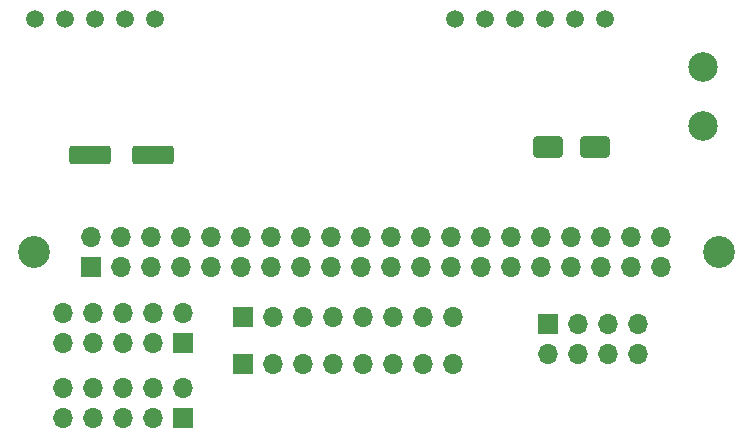
<source format=gts>
G04 #@! TF.GenerationSoftware,KiCad,Pcbnew,8.99.0-1891-ge2bd76bdce*
G04 #@! TF.CreationDate,2024-07-24T15:45:45+03:00*
G04 #@! TF.ProjectId,rfid_rpi_hat,72666964-5f72-4706-995f-6861742e6b69,rev?*
G04 #@! TF.SameCoordinates,Original*
G04 #@! TF.FileFunction,Soldermask,Top*
G04 #@! TF.FilePolarity,Negative*
%FSLAX46Y46*%
G04 Gerber Fmt 4.6, Leading zero omitted, Abs format (unit mm)*
G04 Created by KiCad (PCBNEW 8.99.0-1891-ge2bd76bdce) date 2024-07-24 15:45:45*
%MOMM*%
%LPD*%
G01*
G04 APERTURE LIST*
G04 Aperture macros list*
%AMRoundRect*
0 Rectangle with rounded corners*
0 $1 Rounding radius*
0 $2 $3 $4 $5 $6 $7 $8 $9 X,Y pos of 4 corners*
0 Add a 4 corners polygon primitive as box body*
4,1,4,$2,$3,$4,$5,$6,$7,$8,$9,$2,$3,0*
0 Add four circle primitives for the rounded corners*
1,1,$1+$1,$2,$3*
1,1,$1+$1,$4,$5*
1,1,$1+$1,$6,$7*
1,1,$1+$1,$8,$9*
0 Add four rect primitives between the rounded corners*
20,1,$1+$1,$2,$3,$4,$5,0*
20,1,$1+$1,$4,$5,$6,$7,0*
20,1,$1+$1,$6,$7,$8,$9,0*
20,1,$1+$1,$8,$9,$2,$3,0*%
G04 Aperture macros list end*
%ADD10R,1.700000X1.700000*%
%ADD11O,1.700000X1.700000*%
%ADD12C,2.700000*%
%ADD13RoundRect,0.250000X-1.000000X-0.650000X1.000000X-0.650000X1.000000X0.650000X-1.000000X0.650000X0*%
%ADD14RoundRect,0.250000X-1.500000X-0.550000X1.500000X-0.550000X1.500000X0.550000X-1.500000X0.550000X0*%
%ADD15C,2.500000*%
%ADD16C,1.500000*%
G04 APERTURE END LIST*
D10*
X184115000Y-146240000D03*
D11*
X184115000Y-143700000D03*
X181575000Y-146240000D03*
X181575000Y-143700000D03*
X179035000Y-146240000D03*
X179035000Y-143700000D03*
X176495000Y-146240000D03*
X176495000Y-143700000D03*
X173955000Y-146240000D03*
X173955000Y-143700000D03*
D12*
X229525000Y-132125000D03*
D13*
X215050000Y-123225000D03*
X219050000Y-123225000D03*
D10*
X189210000Y-137625000D03*
D11*
X191750000Y-137625000D03*
X194290000Y-137625000D03*
X196830000Y-137625000D03*
X199370000Y-137625000D03*
X201910000Y-137625000D03*
X204450000Y-137625000D03*
X206990000Y-137625000D03*
D10*
X184115000Y-139890000D03*
D11*
X184115000Y-137350000D03*
X181575000Y-139890000D03*
X181575000Y-137350000D03*
X179035000Y-139890000D03*
X179035000Y-137350000D03*
X176495000Y-139890000D03*
X176495000Y-137350000D03*
X173955000Y-139890000D03*
X173955000Y-137350000D03*
D12*
X171525000Y-132125000D03*
D14*
X176250000Y-123900000D03*
X181650000Y-123900000D03*
D10*
X189270000Y-141650000D03*
D11*
X191810000Y-141650000D03*
X194350000Y-141650000D03*
X196890000Y-141650000D03*
X199430000Y-141650000D03*
X201970000Y-141650000D03*
X204510000Y-141650000D03*
X207050000Y-141650000D03*
D15*
X228175000Y-121500000D03*
X228175000Y-116500000D03*
D10*
X215055000Y-138225000D03*
D11*
X215055000Y-140765000D03*
X217595000Y-138225000D03*
X217595000Y-140765000D03*
X220135000Y-138225000D03*
X220135000Y-140765000D03*
X222675000Y-138225000D03*
X222675000Y-140765000D03*
D16*
X171590000Y-112425000D03*
X174130000Y-112425000D03*
X176670000Y-112425000D03*
X179210000Y-112425000D03*
X181750000Y-112425000D03*
X207150000Y-112425000D03*
X209690000Y-112425000D03*
X212230000Y-112425000D03*
X214770000Y-112425000D03*
X217310000Y-112425000D03*
X219850000Y-112425000D03*
D10*
X176395000Y-133395000D03*
D11*
X176395000Y-130855000D03*
X178935000Y-133395000D03*
X178935000Y-130855000D03*
X181475000Y-133395000D03*
X181475000Y-130855000D03*
X184015000Y-133395000D03*
X184015000Y-130855000D03*
X186555000Y-133395000D03*
X186555000Y-130855000D03*
X189095000Y-133395000D03*
X189095000Y-130855000D03*
X191635000Y-133395000D03*
X191635000Y-130855000D03*
X194175000Y-133395000D03*
X194175000Y-130855000D03*
X196715000Y-133395000D03*
X196715000Y-130855000D03*
X199255000Y-133395000D03*
X199255000Y-130855000D03*
X201795000Y-133395000D03*
X201795000Y-130855000D03*
X204335000Y-133395000D03*
X204335000Y-130855000D03*
X206875000Y-133395000D03*
X206875000Y-130855000D03*
X209415000Y-133395000D03*
X209415000Y-130855000D03*
X211955000Y-133395000D03*
X211955000Y-130855000D03*
X214495000Y-133395000D03*
X214495000Y-130855000D03*
X217035000Y-133395000D03*
X217035000Y-130855000D03*
X219575000Y-133395000D03*
X219575000Y-130855000D03*
X222115000Y-133395000D03*
X222115000Y-130855000D03*
X224655000Y-133395000D03*
X224655000Y-130855000D03*
M02*

</source>
